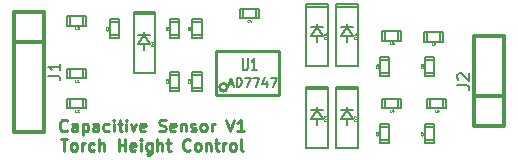
<source format=gto>
G04 (created by PCBNEW (2013-mar-13)-testing) date Wed 31 Jul 2013 11:30:12 AM UTC*
%MOIN*%
G04 Gerber Fmt 3.4, Leading zero omitted, Abs format*
%FSLAX34Y34*%
G01*
G70*
G90*
G04 APERTURE LIST*
%ADD10C,0.005906*%
%ADD11C,0.009764*%
%ADD12C,0.005000*%
%ADD13C,0.010000*%
%ADD14C,0.012000*%
%ADD15C,0.001600*%
%ADD16C,0.007500*%
%ADD17C,0.003000*%
%ADD18C,0.008000*%
G04 APERTURE END LIST*
G54D10*
G54D11*
X26173Y-37639D02*
X26154Y-37658D01*
X26098Y-37676D01*
X26061Y-37676D01*
X26005Y-37658D01*
X25968Y-37620D01*
X25949Y-37583D01*
X25931Y-37509D01*
X25931Y-37453D01*
X25949Y-37379D01*
X25968Y-37341D01*
X26005Y-37304D01*
X26061Y-37286D01*
X26098Y-37286D01*
X26154Y-37304D01*
X26173Y-37323D01*
X26507Y-37676D02*
X26507Y-37472D01*
X26489Y-37434D01*
X26452Y-37416D01*
X26377Y-37416D01*
X26340Y-37434D01*
X26507Y-37658D02*
X26470Y-37676D01*
X26377Y-37676D01*
X26340Y-37658D01*
X26321Y-37620D01*
X26321Y-37583D01*
X26340Y-37546D01*
X26377Y-37527D01*
X26470Y-37527D01*
X26507Y-37509D01*
X26693Y-37416D02*
X26693Y-37806D01*
X26693Y-37434D02*
X26731Y-37416D01*
X26805Y-37416D01*
X26842Y-37434D01*
X26861Y-37453D01*
X26879Y-37490D01*
X26879Y-37602D01*
X26861Y-37639D01*
X26842Y-37658D01*
X26805Y-37676D01*
X26731Y-37676D01*
X26693Y-37658D01*
X27214Y-37676D02*
X27214Y-37472D01*
X27196Y-37434D01*
X27158Y-37416D01*
X27084Y-37416D01*
X27047Y-37434D01*
X27214Y-37658D02*
X27177Y-37676D01*
X27084Y-37676D01*
X27047Y-37658D01*
X27028Y-37620D01*
X27028Y-37583D01*
X27047Y-37546D01*
X27084Y-37527D01*
X27177Y-37527D01*
X27214Y-37509D01*
X27567Y-37658D02*
X27530Y-37676D01*
X27456Y-37676D01*
X27419Y-37658D01*
X27400Y-37639D01*
X27382Y-37602D01*
X27382Y-37490D01*
X27400Y-37453D01*
X27419Y-37434D01*
X27456Y-37416D01*
X27530Y-37416D01*
X27567Y-37434D01*
X27735Y-37676D02*
X27735Y-37416D01*
X27735Y-37286D02*
X27716Y-37304D01*
X27735Y-37323D01*
X27753Y-37304D01*
X27735Y-37286D01*
X27735Y-37323D01*
X27865Y-37416D02*
X28014Y-37416D01*
X27921Y-37286D02*
X27921Y-37620D01*
X27939Y-37658D01*
X27977Y-37676D01*
X28014Y-37676D01*
X28144Y-37676D02*
X28144Y-37416D01*
X28144Y-37286D02*
X28125Y-37304D01*
X28144Y-37323D01*
X28163Y-37304D01*
X28144Y-37286D01*
X28144Y-37323D01*
X28293Y-37416D02*
X28386Y-37676D01*
X28479Y-37416D01*
X28776Y-37658D02*
X28739Y-37676D01*
X28665Y-37676D01*
X28628Y-37658D01*
X28609Y-37620D01*
X28609Y-37472D01*
X28628Y-37434D01*
X28665Y-37416D01*
X28739Y-37416D01*
X28776Y-37434D01*
X28795Y-37472D01*
X28795Y-37509D01*
X28609Y-37546D01*
X29241Y-37658D02*
X29297Y-37676D01*
X29390Y-37676D01*
X29427Y-37658D01*
X29446Y-37639D01*
X29464Y-37602D01*
X29464Y-37565D01*
X29446Y-37527D01*
X29427Y-37509D01*
X29390Y-37490D01*
X29316Y-37472D01*
X29278Y-37453D01*
X29260Y-37434D01*
X29241Y-37397D01*
X29241Y-37360D01*
X29260Y-37323D01*
X29278Y-37304D01*
X29316Y-37286D01*
X29409Y-37286D01*
X29464Y-37304D01*
X29781Y-37658D02*
X29743Y-37676D01*
X29669Y-37676D01*
X29632Y-37658D01*
X29613Y-37620D01*
X29613Y-37472D01*
X29632Y-37434D01*
X29669Y-37416D01*
X29743Y-37416D01*
X29781Y-37434D01*
X29799Y-37472D01*
X29799Y-37509D01*
X29613Y-37546D01*
X29967Y-37416D02*
X29967Y-37676D01*
X29967Y-37453D02*
X29985Y-37434D01*
X30022Y-37416D01*
X30078Y-37416D01*
X30115Y-37434D01*
X30134Y-37472D01*
X30134Y-37676D01*
X30301Y-37658D02*
X30339Y-37676D01*
X30413Y-37676D01*
X30450Y-37658D01*
X30469Y-37620D01*
X30469Y-37602D01*
X30450Y-37565D01*
X30413Y-37546D01*
X30357Y-37546D01*
X30320Y-37527D01*
X30301Y-37490D01*
X30301Y-37472D01*
X30320Y-37434D01*
X30357Y-37416D01*
X30413Y-37416D01*
X30450Y-37434D01*
X30692Y-37676D02*
X30655Y-37658D01*
X30636Y-37639D01*
X30617Y-37602D01*
X30617Y-37490D01*
X30636Y-37453D01*
X30655Y-37434D01*
X30692Y-37416D01*
X30748Y-37416D01*
X30785Y-37434D01*
X30803Y-37453D01*
X30822Y-37490D01*
X30822Y-37602D01*
X30803Y-37639D01*
X30785Y-37658D01*
X30748Y-37676D01*
X30692Y-37676D01*
X30989Y-37676D02*
X30989Y-37416D01*
X30989Y-37490D02*
X31008Y-37453D01*
X31027Y-37434D01*
X31064Y-37416D01*
X31101Y-37416D01*
X31473Y-37286D02*
X31603Y-37676D01*
X31733Y-37286D01*
X32068Y-37676D02*
X31845Y-37676D01*
X31957Y-37676D02*
X31957Y-37286D01*
X31919Y-37341D01*
X31882Y-37379D01*
X31845Y-37397D01*
X25959Y-37930D02*
X26182Y-37930D01*
X26070Y-38321D02*
X26070Y-37930D01*
X26368Y-38321D02*
X26331Y-38302D01*
X26312Y-38283D01*
X26294Y-38246D01*
X26294Y-38135D01*
X26312Y-38097D01*
X26331Y-38079D01*
X26368Y-38060D01*
X26424Y-38060D01*
X26461Y-38079D01*
X26480Y-38097D01*
X26498Y-38135D01*
X26498Y-38246D01*
X26480Y-38283D01*
X26461Y-38302D01*
X26424Y-38321D01*
X26368Y-38321D01*
X26665Y-38321D02*
X26665Y-38060D01*
X26665Y-38135D02*
X26684Y-38097D01*
X26703Y-38079D01*
X26740Y-38060D01*
X26777Y-38060D01*
X27075Y-38302D02*
X27037Y-38321D01*
X26963Y-38321D01*
X26926Y-38302D01*
X26907Y-38283D01*
X26889Y-38246D01*
X26889Y-38135D01*
X26907Y-38097D01*
X26926Y-38079D01*
X26963Y-38060D01*
X27037Y-38060D01*
X27075Y-38079D01*
X27242Y-38321D02*
X27242Y-37930D01*
X27409Y-38321D02*
X27409Y-38116D01*
X27391Y-38079D01*
X27354Y-38060D01*
X27298Y-38060D01*
X27261Y-38079D01*
X27242Y-38097D01*
X27893Y-38321D02*
X27893Y-37930D01*
X27893Y-38116D02*
X28116Y-38116D01*
X28116Y-38321D02*
X28116Y-37930D01*
X28451Y-38302D02*
X28414Y-38321D01*
X28339Y-38321D01*
X28302Y-38302D01*
X28283Y-38265D01*
X28283Y-38116D01*
X28302Y-38079D01*
X28339Y-38060D01*
X28414Y-38060D01*
X28451Y-38079D01*
X28469Y-38116D01*
X28469Y-38153D01*
X28283Y-38190D01*
X28637Y-38321D02*
X28637Y-38060D01*
X28637Y-37930D02*
X28618Y-37949D01*
X28637Y-37967D01*
X28655Y-37949D01*
X28637Y-37930D01*
X28637Y-37967D01*
X28990Y-38060D02*
X28990Y-38376D01*
X28972Y-38414D01*
X28953Y-38432D01*
X28916Y-38451D01*
X28860Y-38451D01*
X28823Y-38432D01*
X28990Y-38302D02*
X28953Y-38321D01*
X28879Y-38321D01*
X28841Y-38302D01*
X28823Y-38283D01*
X28804Y-38246D01*
X28804Y-38135D01*
X28823Y-38097D01*
X28841Y-38079D01*
X28879Y-38060D01*
X28953Y-38060D01*
X28990Y-38079D01*
X29176Y-38321D02*
X29176Y-37930D01*
X29344Y-38321D02*
X29344Y-38116D01*
X29325Y-38079D01*
X29288Y-38060D01*
X29232Y-38060D01*
X29195Y-38079D01*
X29176Y-38097D01*
X29474Y-38060D02*
X29623Y-38060D01*
X29530Y-37930D02*
X29530Y-38265D01*
X29548Y-38302D01*
X29585Y-38321D01*
X29623Y-38321D01*
X30273Y-38283D02*
X30255Y-38302D01*
X30199Y-38321D01*
X30162Y-38321D01*
X30106Y-38302D01*
X30069Y-38265D01*
X30050Y-38228D01*
X30032Y-38153D01*
X30032Y-38097D01*
X30050Y-38023D01*
X30069Y-37986D01*
X30106Y-37949D01*
X30162Y-37930D01*
X30199Y-37930D01*
X30255Y-37949D01*
X30273Y-37967D01*
X30497Y-38321D02*
X30459Y-38302D01*
X30441Y-38283D01*
X30422Y-38246D01*
X30422Y-38135D01*
X30441Y-38097D01*
X30459Y-38079D01*
X30497Y-38060D01*
X30552Y-38060D01*
X30590Y-38079D01*
X30608Y-38097D01*
X30627Y-38135D01*
X30627Y-38246D01*
X30608Y-38283D01*
X30590Y-38302D01*
X30552Y-38321D01*
X30497Y-38321D01*
X30794Y-38060D02*
X30794Y-38321D01*
X30794Y-38097D02*
X30813Y-38079D01*
X30850Y-38060D01*
X30906Y-38060D01*
X30943Y-38079D01*
X30962Y-38116D01*
X30962Y-38321D01*
X31092Y-38060D02*
X31241Y-38060D01*
X31148Y-37930D02*
X31148Y-38265D01*
X31166Y-38302D01*
X31203Y-38321D01*
X31241Y-38321D01*
X31371Y-38321D02*
X31371Y-38060D01*
X31371Y-38135D02*
X31389Y-38097D01*
X31408Y-38079D01*
X31445Y-38060D01*
X31482Y-38060D01*
X31668Y-38321D02*
X31631Y-38302D01*
X31612Y-38283D01*
X31594Y-38246D01*
X31594Y-38135D01*
X31612Y-38097D01*
X31631Y-38079D01*
X31668Y-38060D01*
X31724Y-38060D01*
X31761Y-38079D01*
X31780Y-38097D01*
X31798Y-38135D01*
X31798Y-38246D01*
X31780Y-38283D01*
X31761Y-38302D01*
X31724Y-38321D01*
X31668Y-38321D01*
X32022Y-38321D02*
X31984Y-38302D01*
X31966Y-38265D01*
X31966Y-37930D01*
G54D12*
X27910Y-34030D02*
X27590Y-34030D01*
X27600Y-34470D02*
X27910Y-34470D01*
X27590Y-34570D02*
X27590Y-33930D01*
X27590Y-33930D02*
X27910Y-33930D01*
X27910Y-33930D02*
X27910Y-34570D01*
X27910Y-34570D02*
X27590Y-34570D01*
X29910Y-35780D02*
X29590Y-35780D01*
X29600Y-36220D02*
X29910Y-36220D01*
X29590Y-36320D02*
X29590Y-35680D01*
X29590Y-35680D02*
X29910Y-35680D01*
X29910Y-35680D02*
X29910Y-36320D01*
X29910Y-36320D02*
X29590Y-36320D01*
X30660Y-35780D02*
X30340Y-35780D01*
X30350Y-36220D02*
X30660Y-36220D01*
X30340Y-36320D02*
X30340Y-35680D01*
X30340Y-35680D02*
X30660Y-35680D01*
X30660Y-35680D02*
X30660Y-36320D01*
X30660Y-36320D02*
X30340Y-36320D01*
X32030Y-33590D02*
X32030Y-33910D01*
X32470Y-33900D02*
X32470Y-33590D01*
X32570Y-33910D02*
X31930Y-33910D01*
X31930Y-33910D02*
X31930Y-33590D01*
X31930Y-33590D02*
X32570Y-33590D01*
X32570Y-33590D02*
X32570Y-33910D01*
X36910Y-37530D02*
X36590Y-37530D01*
X36600Y-37970D02*
X36910Y-37970D01*
X36590Y-38070D02*
X36590Y-37430D01*
X36590Y-37430D02*
X36910Y-37430D01*
X36910Y-37430D02*
X36910Y-38070D01*
X36910Y-38070D02*
X36590Y-38070D01*
X36910Y-35280D02*
X36590Y-35280D01*
X36600Y-35720D02*
X36910Y-35720D01*
X36590Y-35820D02*
X36590Y-35180D01*
X36590Y-35180D02*
X36910Y-35180D01*
X36910Y-35180D02*
X36910Y-35820D01*
X36910Y-35820D02*
X36590Y-35820D01*
X38410Y-37530D02*
X38090Y-37530D01*
X38100Y-37970D02*
X38410Y-37970D01*
X38090Y-38070D02*
X38090Y-37430D01*
X38090Y-37430D02*
X38410Y-37430D01*
X38410Y-37430D02*
X38410Y-38070D01*
X38410Y-38070D02*
X38090Y-38070D01*
X38410Y-35280D02*
X38090Y-35280D01*
X38100Y-35720D02*
X38410Y-35720D01*
X38090Y-35820D02*
X38090Y-35180D01*
X38090Y-35180D02*
X38410Y-35180D01*
X38410Y-35180D02*
X38410Y-35820D01*
X38410Y-35820D02*
X38090Y-35820D01*
G54D13*
X31150Y-35000D02*
X33250Y-35000D01*
X33250Y-35000D02*
X33250Y-36450D01*
X33250Y-36450D02*
X31150Y-36450D01*
X31150Y-36450D02*
X31150Y-35000D01*
X31511Y-36206D02*
G75*
G03X31511Y-36206I-128J0D01*
G74*
G01*
G54D10*
X28395Y-33765D02*
X28395Y-35734D01*
X28395Y-35734D02*
X29104Y-35734D01*
X29104Y-35734D02*
X29104Y-33765D01*
X29104Y-33765D02*
X28395Y-33765D01*
X28395Y-33765D02*
X28395Y-33687D01*
X28395Y-33687D02*
X29104Y-33687D01*
X29104Y-33687D02*
X29104Y-33765D01*
X28750Y-34454D02*
X28750Y-34356D01*
X28750Y-34750D02*
X28750Y-34946D01*
X28750Y-34454D02*
X28946Y-34750D01*
X28946Y-34750D02*
X28553Y-34750D01*
X28553Y-34750D02*
X28750Y-34454D01*
X28553Y-34454D02*
X28946Y-34454D01*
X35145Y-36265D02*
X35145Y-38234D01*
X35145Y-38234D02*
X35854Y-38234D01*
X35854Y-38234D02*
X35854Y-36265D01*
X35854Y-36265D02*
X35145Y-36265D01*
X35145Y-36265D02*
X35145Y-36187D01*
X35145Y-36187D02*
X35854Y-36187D01*
X35854Y-36187D02*
X35854Y-36265D01*
X35500Y-36954D02*
X35500Y-36856D01*
X35500Y-37250D02*
X35500Y-37446D01*
X35500Y-36954D02*
X35696Y-37250D01*
X35696Y-37250D02*
X35303Y-37250D01*
X35303Y-37250D02*
X35500Y-36954D01*
X35303Y-36954D02*
X35696Y-36954D01*
X34145Y-36265D02*
X34145Y-38234D01*
X34145Y-38234D02*
X34854Y-38234D01*
X34854Y-38234D02*
X34854Y-36265D01*
X34854Y-36265D02*
X34145Y-36265D01*
X34145Y-36265D02*
X34145Y-36187D01*
X34145Y-36187D02*
X34854Y-36187D01*
X34854Y-36187D02*
X34854Y-36265D01*
X34500Y-36954D02*
X34500Y-36856D01*
X34500Y-37250D02*
X34500Y-37446D01*
X34500Y-36954D02*
X34696Y-37250D01*
X34696Y-37250D02*
X34303Y-37250D01*
X34303Y-37250D02*
X34500Y-36954D01*
X34303Y-36954D02*
X34696Y-36954D01*
X35145Y-33515D02*
X35145Y-35484D01*
X35145Y-35484D02*
X35854Y-35484D01*
X35854Y-35484D02*
X35854Y-33515D01*
X35854Y-33515D02*
X35145Y-33515D01*
X35145Y-33515D02*
X35145Y-33437D01*
X35145Y-33437D02*
X35854Y-33437D01*
X35854Y-33437D02*
X35854Y-33515D01*
X35500Y-34204D02*
X35500Y-34106D01*
X35500Y-34500D02*
X35500Y-34696D01*
X35500Y-34204D02*
X35696Y-34500D01*
X35696Y-34500D02*
X35303Y-34500D01*
X35303Y-34500D02*
X35500Y-34204D01*
X35303Y-34204D02*
X35696Y-34204D01*
X34145Y-33515D02*
X34145Y-35484D01*
X34145Y-35484D02*
X34854Y-35484D01*
X34854Y-35484D02*
X34854Y-33515D01*
X34854Y-33515D02*
X34145Y-33515D01*
X34145Y-33515D02*
X34145Y-33437D01*
X34145Y-33437D02*
X34854Y-33437D01*
X34854Y-33437D02*
X34854Y-33515D01*
X34500Y-34204D02*
X34500Y-34106D01*
X34500Y-34500D02*
X34500Y-34696D01*
X34500Y-34204D02*
X34696Y-34500D01*
X34696Y-34500D02*
X34303Y-34500D01*
X34303Y-34500D02*
X34500Y-34204D01*
X34303Y-34204D02*
X34696Y-34204D01*
G54D14*
X25409Y-34683D02*
X24409Y-34683D01*
X24409Y-37683D02*
X24409Y-33683D01*
X25409Y-33683D02*
X25409Y-37683D01*
X24409Y-33683D02*
X25409Y-33683D01*
X25409Y-37683D02*
X24409Y-37683D01*
X40750Y-36500D02*
X39750Y-36500D01*
X39750Y-37500D02*
X39750Y-34500D01*
X39750Y-34500D02*
X40750Y-34500D01*
X40750Y-34500D02*
X40750Y-37500D01*
X40750Y-37500D02*
X39750Y-37500D01*
G54D12*
X26280Y-35590D02*
X26280Y-35910D01*
X26720Y-35900D02*
X26720Y-35590D01*
X26820Y-35910D02*
X26180Y-35910D01*
X26180Y-35910D02*
X26180Y-35590D01*
X26180Y-35590D02*
X26820Y-35590D01*
X26820Y-35590D02*
X26820Y-35910D01*
X26280Y-36590D02*
X26280Y-36910D01*
X26720Y-36900D02*
X26720Y-36590D01*
X26820Y-36910D02*
X26180Y-36910D01*
X26180Y-36910D02*
X26180Y-36590D01*
X26180Y-36590D02*
X26820Y-36590D01*
X26820Y-36590D02*
X26820Y-36910D01*
X26280Y-33840D02*
X26280Y-34160D01*
X26720Y-34150D02*
X26720Y-33840D01*
X26820Y-34160D02*
X26180Y-34160D01*
X26180Y-34160D02*
X26180Y-33840D01*
X26180Y-33840D02*
X26820Y-33840D01*
X26820Y-33840D02*
X26820Y-34160D01*
X36780Y-36590D02*
X36780Y-36910D01*
X37220Y-36900D02*
X37220Y-36590D01*
X37320Y-36910D02*
X36680Y-36910D01*
X36680Y-36910D02*
X36680Y-36590D01*
X36680Y-36590D02*
X37320Y-36590D01*
X37320Y-36590D02*
X37320Y-36910D01*
X36780Y-34340D02*
X36780Y-34660D01*
X37220Y-34650D02*
X37220Y-34340D01*
X37320Y-34660D02*
X36680Y-34660D01*
X36680Y-34660D02*
X36680Y-34340D01*
X36680Y-34340D02*
X37320Y-34340D01*
X37320Y-34340D02*
X37320Y-34660D01*
X38280Y-36590D02*
X38280Y-36910D01*
X38720Y-36900D02*
X38720Y-36590D01*
X38820Y-36910D02*
X38180Y-36910D01*
X38180Y-36910D02*
X38180Y-36590D01*
X38180Y-36590D02*
X38820Y-36590D01*
X38820Y-36590D02*
X38820Y-36910D01*
X38171Y-34363D02*
X38171Y-34683D01*
X38611Y-34673D02*
X38611Y-34363D01*
X38711Y-34683D02*
X38071Y-34683D01*
X38071Y-34683D02*
X38071Y-34363D01*
X38071Y-34363D02*
X38711Y-34363D01*
X38711Y-34363D02*
X38711Y-34683D01*
X29910Y-34030D02*
X29590Y-34030D01*
X29600Y-34470D02*
X29910Y-34470D01*
X29590Y-34570D02*
X29590Y-33930D01*
X29590Y-33930D02*
X29910Y-33930D01*
X29910Y-33930D02*
X29910Y-34570D01*
X29910Y-34570D02*
X29590Y-34570D01*
X30660Y-34030D02*
X30340Y-34030D01*
X30350Y-34470D02*
X30660Y-34470D01*
X30340Y-34570D02*
X30340Y-33930D01*
X30340Y-33930D02*
X30660Y-33930D01*
X30660Y-33930D02*
X30660Y-34570D01*
X30660Y-34570D02*
X30340Y-34570D01*
G54D15*
X27528Y-34263D02*
X27531Y-34266D01*
X27535Y-34278D01*
X27535Y-34285D01*
X27531Y-34297D01*
X27524Y-34304D01*
X27516Y-34308D01*
X27501Y-34312D01*
X27490Y-34312D01*
X27475Y-34308D01*
X27468Y-34304D01*
X27460Y-34297D01*
X27456Y-34285D01*
X27456Y-34278D01*
X27460Y-34266D01*
X27464Y-34263D01*
X27535Y-34187D02*
X27535Y-34233D01*
X27535Y-34210D02*
X27456Y-34210D01*
X27468Y-34218D01*
X27475Y-34225D01*
X27479Y-34233D01*
X29528Y-36013D02*
X29531Y-36016D01*
X29535Y-36028D01*
X29535Y-36035D01*
X29531Y-36047D01*
X29524Y-36054D01*
X29516Y-36058D01*
X29501Y-36062D01*
X29490Y-36062D01*
X29475Y-36058D01*
X29468Y-36054D01*
X29460Y-36047D01*
X29456Y-36035D01*
X29456Y-36028D01*
X29460Y-36016D01*
X29464Y-36013D01*
X29464Y-35983D02*
X29460Y-35979D01*
X29456Y-35971D01*
X29456Y-35952D01*
X29460Y-35945D01*
X29464Y-35941D01*
X29471Y-35937D01*
X29479Y-35937D01*
X29490Y-35941D01*
X29535Y-35986D01*
X29535Y-35937D01*
X30278Y-36013D02*
X30281Y-36016D01*
X30285Y-36028D01*
X30285Y-36035D01*
X30281Y-36047D01*
X30274Y-36054D01*
X30266Y-36058D01*
X30251Y-36062D01*
X30240Y-36062D01*
X30225Y-36058D01*
X30218Y-36054D01*
X30210Y-36047D01*
X30206Y-36035D01*
X30206Y-36028D01*
X30210Y-36016D01*
X30214Y-36013D01*
X30206Y-35986D02*
X30206Y-35937D01*
X30236Y-35964D01*
X30236Y-35952D01*
X30240Y-35945D01*
X30244Y-35941D01*
X30251Y-35937D01*
X30270Y-35937D01*
X30278Y-35941D01*
X30281Y-35945D01*
X30285Y-35952D01*
X30285Y-35975D01*
X30281Y-35983D01*
X30278Y-35986D01*
X32236Y-34028D02*
X32233Y-34031D01*
X32221Y-34035D01*
X32214Y-34035D01*
X32202Y-34031D01*
X32195Y-34024D01*
X32191Y-34016D01*
X32187Y-34001D01*
X32187Y-33990D01*
X32191Y-33975D01*
X32195Y-33968D01*
X32202Y-33960D01*
X32214Y-33956D01*
X32221Y-33956D01*
X32233Y-33960D01*
X32236Y-33964D01*
X32304Y-33983D02*
X32304Y-34035D01*
X32285Y-33952D02*
X32266Y-34009D01*
X32315Y-34009D01*
X36528Y-37763D02*
X36531Y-37766D01*
X36535Y-37778D01*
X36535Y-37785D01*
X36531Y-37797D01*
X36524Y-37804D01*
X36516Y-37808D01*
X36501Y-37812D01*
X36490Y-37812D01*
X36475Y-37808D01*
X36468Y-37804D01*
X36460Y-37797D01*
X36456Y-37785D01*
X36456Y-37778D01*
X36460Y-37766D01*
X36464Y-37763D01*
X36456Y-37691D02*
X36456Y-37729D01*
X36494Y-37733D01*
X36490Y-37729D01*
X36486Y-37721D01*
X36486Y-37702D01*
X36490Y-37695D01*
X36494Y-37691D01*
X36501Y-37687D01*
X36520Y-37687D01*
X36528Y-37691D01*
X36531Y-37695D01*
X36535Y-37702D01*
X36535Y-37721D01*
X36531Y-37729D01*
X36528Y-37733D01*
X36528Y-35513D02*
X36531Y-35516D01*
X36535Y-35528D01*
X36535Y-35535D01*
X36531Y-35547D01*
X36524Y-35554D01*
X36516Y-35558D01*
X36501Y-35562D01*
X36490Y-35562D01*
X36475Y-35558D01*
X36468Y-35554D01*
X36460Y-35547D01*
X36456Y-35535D01*
X36456Y-35528D01*
X36460Y-35516D01*
X36464Y-35513D01*
X36456Y-35445D02*
X36456Y-35460D01*
X36460Y-35468D01*
X36464Y-35471D01*
X36475Y-35479D01*
X36490Y-35483D01*
X36520Y-35483D01*
X36528Y-35479D01*
X36531Y-35475D01*
X36535Y-35468D01*
X36535Y-35452D01*
X36531Y-35445D01*
X36528Y-35441D01*
X36520Y-35437D01*
X36501Y-35437D01*
X36494Y-35441D01*
X36490Y-35445D01*
X36486Y-35452D01*
X36486Y-35468D01*
X36490Y-35475D01*
X36494Y-35479D01*
X36501Y-35483D01*
X38028Y-37763D02*
X38031Y-37766D01*
X38035Y-37778D01*
X38035Y-37785D01*
X38031Y-37797D01*
X38024Y-37804D01*
X38016Y-37808D01*
X38001Y-37812D01*
X37990Y-37812D01*
X37975Y-37808D01*
X37968Y-37804D01*
X37960Y-37797D01*
X37956Y-37785D01*
X37956Y-37778D01*
X37960Y-37766D01*
X37964Y-37763D01*
X37956Y-37736D02*
X37956Y-37684D01*
X38035Y-37718D01*
X38028Y-35513D02*
X38031Y-35516D01*
X38035Y-35528D01*
X38035Y-35535D01*
X38031Y-35547D01*
X38024Y-35554D01*
X38016Y-35558D01*
X38001Y-35562D01*
X37990Y-35562D01*
X37975Y-35558D01*
X37968Y-35554D01*
X37960Y-35547D01*
X37956Y-35535D01*
X37956Y-35528D01*
X37960Y-35516D01*
X37964Y-35513D01*
X37990Y-35468D02*
X37986Y-35475D01*
X37983Y-35479D01*
X37975Y-35483D01*
X37971Y-35483D01*
X37964Y-35479D01*
X37960Y-35475D01*
X37956Y-35468D01*
X37956Y-35452D01*
X37960Y-35445D01*
X37964Y-35441D01*
X37971Y-35437D01*
X37975Y-35437D01*
X37983Y-35441D01*
X37986Y-35445D01*
X37990Y-35452D01*
X37990Y-35468D01*
X37994Y-35475D01*
X37998Y-35479D01*
X38005Y-35483D01*
X38020Y-35483D01*
X38028Y-35479D01*
X38031Y-35475D01*
X38035Y-35468D01*
X38035Y-35452D01*
X38031Y-35445D01*
X38028Y-35441D01*
X38020Y-35437D01*
X38005Y-35437D01*
X37998Y-35441D01*
X37994Y-35445D01*
X37990Y-35452D01*
G54D16*
X32021Y-35235D02*
X32021Y-35559D01*
X32035Y-35597D01*
X32050Y-35616D01*
X32078Y-35635D01*
X32135Y-35635D01*
X32164Y-35616D01*
X32178Y-35597D01*
X32192Y-35559D01*
X32192Y-35235D01*
X32492Y-35635D02*
X32321Y-35635D01*
X32407Y-35635D02*
X32407Y-35235D01*
X32378Y-35293D01*
X32350Y-35331D01*
X32321Y-35350D01*
X31555Y-36095D02*
X31698Y-36095D01*
X31526Y-36180D02*
X31626Y-35880D01*
X31726Y-36180D01*
X31826Y-36180D02*
X31826Y-35880D01*
X31898Y-35880D01*
X31940Y-35895D01*
X31969Y-35923D01*
X31983Y-35952D01*
X31998Y-36009D01*
X31998Y-36052D01*
X31983Y-36109D01*
X31969Y-36137D01*
X31940Y-36166D01*
X31898Y-36180D01*
X31826Y-36180D01*
X32098Y-35880D02*
X32298Y-35880D01*
X32169Y-36180D01*
X32383Y-35880D02*
X32583Y-35880D01*
X32455Y-36180D01*
X32826Y-35980D02*
X32826Y-36180D01*
X32755Y-35866D02*
X32683Y-36080D01*
X32869Y-36080D01*
X32955Y-35880D02*
X33155Y-35880D01*
X33026Y-36180D01*
G54D17*
X29104Y-34838D02*
X28984Y-34838D01*
X28984Y-34810D01*
X28990Y-34792D01*
X29001Y-34781D01*
X29012Y-34775D01*
X29035Y-34770D01*
X29052Y-34770D01*
X29075Y-34775D01*
X29087Y-34781D01*
X29098Y-34792D01*
X29104Y-34810D01*
X29104Y-34838D01*
X29104Y-34655D02*
X29104Y-34724D01*
X29104Y-34690D02*
X28984Y-34690D01*
X29001Y-34701D01*
X29012Y-34712D01*
X29018Y-34724D01*
X35854Y-37338D02*
X35734Y-37338D01*
X35734Y-37310D01*
X35740Y-37292D01*
X35751Y-37281D01*
X35762Y-37275D01*
X35785Y-37270D01*
X35802Y-37270D01*
X35825Y-37275D01*
X35837Y-37281D01*
X35848Y-37292D01*
X35854Y-37310D01*
X35854Y-37338D01*
X35745Y-37224D02*
X35740Y-37218D01*
X35734Y-37207D01*
X35734Y-37178D01*
X35740Y-37167D01*
X35745Y-37161D01*
X35757Y-37155D01*
X35768Y-37155D01*
X35785Y-37161D01*
X35854Y-37230D01*
X35854Y-37155D01*
X34854Y-37338D02*
X34734Y-37338D01*
X34734Y-37310D01*
X34740Y-37292D01*
X34751Y-37281D01*
X34762Y-37275D01*
X34785Y-37270D01*
X34802Y-37270D01*
X34825Y-37275D01*
X34837Y-37281D01*
X34848Y-37292D01*
X34854Y-37310D01*
X34854Y-37338D01*
X34734Y-37230D02*
X34734Y-37155D01*
X34780Y-37195D01*
X34780Y-37178D01*
X34785Y-37167D01*
X34791Y-37161D01*
X34802Y-37155D01*
X34831Y-37155D01*
X34842Y-37161D01*
X34848Y-37167D01*
X34854Y-37178D01*
X34854Y-37212D01*
X34848Y-37224D01*
X34842Y-37230D01*
X35854Y-34588D02*
X35734Y-34588D01*
X35734Y-34560D01*
X35740Y-34542D01*
X35751Y-34531D01*
X35762Y-34525D01*
X35785Y-34520D01*
X35802Y-34520D01*
X35825Y-34525D01*
X35837Y-34531D01*
X35848Y-34542D01*
X35854Y-34560D01*
X35854Y-34588D01*
X35774Y-34417D02*
X35854Y-34417D01*
X35728Y-34445D02*
X35814Y-34474D01*
X35814Y-34400D01*
X34854Y-34588D02*
X34734Y-34588D01*
X34734Y-34560D01*
X34740Y-34542D01*
X34751Y-34531D01*
X34762Y-34525D01*
X34785Y-34520D01*
X34802Y-34520D01*
X34825Y-34525D01*
X34837Y-34531D01*
X34848Y-34542D01*
X34854Y-34560D01*
X34854Y-34588D01*
X34734Y-34411D02*
X34734Y-34468D01*
X34791Y-34474D01*
X34785Y-34468D01*
X34780Y-34457D01*
X34780Y-34428D01*
X34785Y-34417D01*
X34791Y-34411D01*
X34802Y-34405D01*
X34831Y-34405D01*
X34842Y-34411D01*
X34848Y-34417D01*
X34854Y-34428D01*
X34854Y-34457D01*
X34848Y-34468D01*
X34842Y-34474D01*
G54D18*
X25540Y-35816D02*
X25826Y-35816D01*
X25883Y-35835D01*
X25921Y-35873D01*
X25940Y-35930D01*
X25940Y-35968D01*
X25940Y-35416D02*
X25940Y-35644D01*
X25940Y-35530D02*
X25540Y-35530D01*
X25597Y-35568D01*
X25635Y-35606D01*
X25654Y-35644D01*
X39180Y-36133D02*
X39466Y-36133D01*
X39523Y-36152D01*
X39561Y-36190D01*
X39580Y-36247D01*
X39580Y-36285D01*
X39219Y-35961D02*
X39200Y-35942D01*
X39180Y-35904D01*
X39180Y-35809D01*
X39200Y-35771D01*
X39219Y-35752D01*
X39257Y-35733D01*
X39295Y-35733D01*
X39352Y-35752D01*
X39580Y-35980D01*
X39580Y-35733D01*
G54D15*
X26486Y-36025D02*
X26449Y-36025D01*
X26449Y-35946D01*
X26554Y-36025D02*
X26509Y-36025D01*
X26531Y-36025D02*
X26531Y-35946D01*
X26524Y-35958D01*
X26516Y-35965D01*
X26509Y-35969D01*
X26486Y-37025D02*
X26449Y-37025D01*
X26449Y-36946D01*
X26509Y-36954D02*
X26513Y-36950D01*
X26520Y-36946D01*
X26539Y-36946D01*
X26547Y-36950D01*
X26550Y-36954D01*
X26554Y-36961D01*
X26554Y-36969D01*
X26550Y-36980D01*
X26505Y-37025D01*
X26554Y-37025D01*
X26486Y-34275D02*
X26449Y-34275D01*
X26449Y-34196D01*
X26505Y-34196D02*
X26554Y-34196D01*
X26528Y-34226D01*
X26539Y-34226D01*
X26547Y-34230D01*
X26550Y-34234D01*
X26554Y-34241D01*
X26554Y-34260D01*
X26550Y-34268D01*
X26547Y-34271D01*
X26539Y-34275D01*
X26516Y-34275D01*
X26509Y-34271D01*
X26505Y-34268D01*
X36986Y-37025D02*
X36949Y-37025D01*
X36949Y-36946D01*
X37047Y-36973D02*
X37047Y-37025D01*
X37028Y-36942D02*
X37009Y-36999D01*
X37058Y-36999D01*
X36986Y-34775D02*
X36949Y-34775D01*
X36949Y-34696D01*
X37050Y-34696D02*
X37013Y-34696D01*
X37009Y-34734D01*
X37013Y-34730D01*
X37020Y-34726D01*
X37039Y-34726D01*
X37047Y-34730D01*
X37050Y-34734D01*
X37054Y-34741D01*
X37054Y-34760D01*
X37050Y-34768D01*
X37047Y-34771D01*
X37039Y-34775D01*
X37020Y-34775D01*
X37013Y-34771D01*
X37009Y-34768D01*
X38486Y-37025D02*
X38449Y-37025D01*
X38449Y-36946D01*
X38547Y-36946D02*
X38531Y-36946D01*
X38524Y-36950D01*
X38520Y-36954D01*
X38513Y-36965D01*
X38509Y-36980D01*
X38509Y-37010D01*
X38513Y-37018D01*
X38516Y-37021D01*
X38524Y-37025D01*
X38539Y-37025D01*
X38547Y-37021D01*
X38550Y-37018D01*
X38554Y-37010D01*
X38554Y-36991D01*
X38550Y-36984D01*
X38547Y-36980D01*
X38539Y-36976D01*
X38524Y-36976D01*
X38516Y-36980D01*
X38513Y-36984D01*
X38509Y-36991D01*
X38378Y-34799D02*
X38340Y-34799D01*
X38340Y-34720D01*
X38397Y-34720D02*
X38450Y-34720D01*
X38416Y-34799D01*
X29545Y-34263D02*
X29508Y-34289D01*
X29545Y-34308D02*
X29466Y-34308D01*
X29466Y-34278D01*
X29470Y-34270D01*
X29474Y-34266D01*
X29481Y-34263D01*
X29493Y-34263D01*
X29500Y-34266D01*
X29504Y-34270D01*
X29508Y-34278D01*
X29508Y-34308D01*
X29545Y-34187D02*
X29545Y-34233D01*
X29545Y-34210D02*
X29466Y-34210D01*
X29478Y-34218D01*
X29485Y-34225D01*
X29489Y-34233D01*
X30295Y-34263D02*
X30258Y-34289D01*
X30295Y-34308D02*
X30216Y-34308D01*
X30216Y-34278D01*
X30220Y-34270D01*
X30224Y-34266D01*
X30231Y-34263D01*
X30243Y-34263D01*
X30250Y-34266D01*
X30254Y-34270D01*
X30258Y-34278D01*
X30258Y-34308D01*
X30224Y-34233D02*
X30220Y-34229D01*
X30216Y-34221D01*
X30216Y-34202D01*
X30220Y-34195D01*
X30224Y-34191D01*
X30231Y-34187D01*
X30239Y-34187D01*
X30250Y-34191D01*
X30295Y-34236D01*
X30295Y-34187D01*
M02*

</source>
